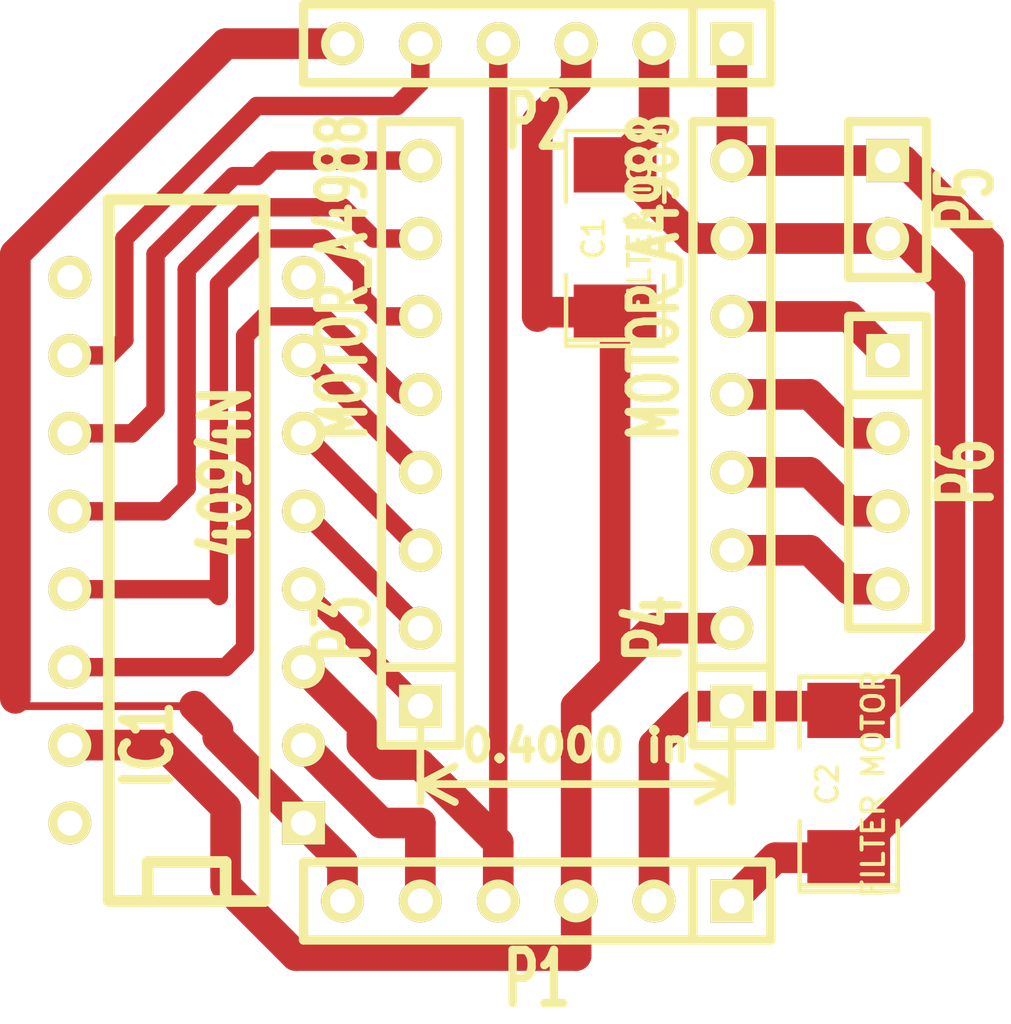
<source format=kicad_pcb>
(kicad_pcb (version 3) (host pcbnew "(2013-jul-07)-stable")

  (general
    (links 32)
    (no_connects 0)
    (area 169.172 139.293599 201.93381 172.72127)
    (thickness 1.6)
    (drawings 1)
    (tracks 113)
    (zones 0)
    (modules 9)
    (nets 20)
  )

  (page A3)
  (layers
    (15 F.Cu signal)
    (0 B.Cu signal)
    (16 B.Adhes user)
    (17 F.Adhes user)
    (18 B.Paste user)
    (19 F.Paste user)
    (20 B.SilkS user)
    (21 F.SilkS user)
    (22 B.Mask user)
    (23 F.Mask user)
    (24 Dwgs.User user)
    (25 Cmts.User user)
    (26 Eco1.User user)
    (27 Eco2.User user)
    (28 Edge.Cuts user)
  )

  (setup
    (last_trace_width 1)
    (user_trace_width 0.6)
    (user_trace_width 1)
    (trace_clearance 0.254)
    (zone_clearance 0.508)
    (zone_45_only no)
    (trace_min 0.254)
    (segment_width 0.2)
    (edge_width 0.15)
    (via_size 0.889)
    (via_drill 0.635)
    (via_min_size 0.889)
    (via_min_drill 0.508)
    (user_via 1 0)
    (uvia_size 0.508)
    (uvia_drill 0.127)
    (uvias_allowed no)
    (uvia_min_size 0.508)
    (uvia_min_drill 0.127)
    (pcb_text_width 0.3)
    (pcb_text_size 1 1)
    (mod_edge_width 0.15)
    (mod_text_size 1 1)
    (mod_text_width 0.15)
    (pad_size 1 1)
    (pad_drill 0.6)
    (pad_to_mask_clearance 0)
    (aux_axis_origin 0 0)
    (visible_elements FFFFFFBF)
    (pcbplotparams
      (layerselection 3178497)
      (usegerberextensions true)
      (excludeedgelayer true)
      (linewidth 0.150000)
      (plotframeref false)
      (viasonmask false)
      (mode 1)
      (useauxorigin false)
      (hpglpennumber 1)
      (hpglpenspeed 20)
      (hpglpendiameter 15)
      (hpglpenoverlay 2)
      (psnegative false)
      (psa4output false)
      (plotreference true)
      (plotvalue true)
      (plotothertext true)
      (plotinvisibletext false)
      (padsonsilk false)
      (subtractmaskfromsilk false)
      (outputformat 1)
      (mirror false)
      (drillshape 1)
      (scaleselection 1)
      (outputdirectory ""))
  )

  (net 0 "")
  (net 1 /1A)
  (net 2 /1B)
  (net 3 /2A)
  (net 4 /2B)
  (net 5 /CLC)
  (net 6 /DATA)
  (net 7 /DIR)
  (net 8 /MS1)
  (net 9 /MS2)
  (net 10 /MS3)
  (net 11 /NDATA)
  (net 12 /STEP)
  (net 13 /STR)
  (net 14 /VMOT)
  (net 15 /~ENABLE)
  (net 16 /~RESET)
  (net 17 /~SLEEP)
  (net 18 GND)
  (net 19 VCC)

  (net_class Default "This is the default net class."
    (clearance 0.254)
    (trace_width 0.254)
    (via_dia 0.889)
    (via_drill 0.635)
    (uvia_dia 0.508)
    (uvia_drill 0.127)
    (add_net "")
    (add_net /1A)
    (add_net /1B)
    (add_net /2A)
    (add_net /2B)
    (add_net /CLC)
    (add_net /DATA)
    (add_net /DIR)
    (add_net /MS1)
    (add_net /MS2)
    (add_net /MS3)
    (add_net /NDATA)
    (add_net /STEP)
    (add_net /STR)
    (add_net /VMOT)
    (add_net /~ENABLE)
    (add_net /~RESET)
    (add_net /~SLEEP)
    (add_net GND)
    (add_net VCC)
  )

  (module SM2010 (layer F.Cu) (tedit 510157F5) (tstamp 56D212D4)
    (at 196.85 165.1 90)
    (tags "CMS SM")
    (path /56D21320)
    (attr smd)
    (fp_text reference C2 (at 0 -0.7 90) (layer F.SilkS)
      (effects (font (size 0.70104 0.70104) (thickness 0.127)))
    )
    (fp_text value "FILTER MOTOR" (at 0 0.8 90) (layer F.SilkS)
      (effects (font (size 0.70104 0.70104) (thickness 0.127)))
    )
    (fp_line (start -3.3 -1.6) (end -3.3 1.6) (layer F.SilkS) (width 0.15))
    (fp_line (start 3.50012 -1.6002) (end 3.50012 1.6002) (layer F.SilkS) (width 0.15))
    (fp_line (start -3.5 -1.6) (end -3.5 1.6) (layer F.SilkS) (width 0.15))
    (fp_line (start 1.19634 1.60528) (end 3.48234 1.60528) (layer F.SilkS) (width 0.15))
    (fp_line (start 3.48234 -1.60528) (end 1.19634 -1.60528) (layer F.SilkS) (width 0.15))
    (fp_line (start -1.2 -1.6) (end -3.5 -1.6) (layer F.SilkS) (width 0.15))
    (fp_line (start -3.5 1.6) (end -1.2 1.6) (layer F.SilkS) (width 0.15))
    (pad 1 smd rect (at -2.4003 0 90) (size 1.80086 2.70002)
      (layers F.Cu F.Paste F.Mask)
      (net 14 /VMOT)
    )
    (pad 2 smd rect (at 2.4003 0 90) (size 1.80086 2.70002)
      (layers F.Cu F.Paste F.Mask)
      (net 18 GND)
    )
    (model smd\chip_smd_pol_wide.wrl
      (at (xyz 0 0 0))
      (scale (xyz 0.35 0.35 0.35))
      (rotate (xyz 0 0 0))
    )
  )

  (module SM2010 (layer F.Cu) (tedit 510157F5) (tstamp 56D212E1)
    (at 189.23 147.32 90)
    (tags "CMS SM")
    (path /56D21725)
    (attr smd)
    (fp_text reference C1 (at 0 -0.7 90) (layer F.SilkS)
      (effects (font (size 0.70104 0.70104) (thickness 0.127)))
    )
    (fp_text value "FILTER IC" (at 0 0.8 90) (layer F.SilkS)
      (effects (font (size 0.70104 0.70104) (thickness 0.127)))
    )
    (fp_line (start -3.3 -1.6) (end -3.3 1.6) (layer F.SilkS) (width 0.15))
    (fp_line (start 3.50012 -1.6002) (end 3.50012 1.6002) (layer F.SilkS) (width 0.15))
    (fp_line (start -3.5 -1.6) (end -3.5 1.6) (layer F.SilkS) (width 0.15))
    (fp_line (start 1.19634 1.60528) (end 3.48234 1.60528) (layer F.SilkS) (width 0.15))
    (fp_line (start 3.48234 -1.60528) (end 1.19634 -1.60528) (layer F.SilkS) (width 0.15))
    (fp_line (start -1.2 -1.6) (end -3.5 -1.6) (layer F.SilkS) (width 0.15))
    (fp_line (start -3.5 1.6) (end -1.2 1.6) (layer F.SilkS) (width 0.15))
    (pad 1 smd rect (at -2.4003 0 90) (size 1.80086 2.70002)
      (layers F.Cu F.Paste F.Mask)
      (net 19 VCC)
    )
    (pad 2 smd rect (at 2.4003 0 90) (size 1.80086 2.70002)
      (layers F.Cu F.Paste F.Mask)
      (net 18 GND)
    )
    (model smd\chip_smd_pol_wide.wrl
      (at (xyz 0 0 0))
      (scale (xyz 0.35 0.35 0.35))
      (rotate (xyz 0 0 0))
    )
  )

  (module SIL-8 (layer F.Cu) (tedit 200000) (tstamp 56D212F2)
    (at 182.88 153.67 90)
    (descr "Connecteur 8 pins")
    (tags "CONN DEV")
    (path /56D2040D)
    (fp_text reference P3 (at -6.35 -2.54 90) (layer F.SilkS)
      (effects (font (size 1.72974 1.08712) (thickness 0.3048)))
    )
    (fp_text value MOTOR_A4988 (at 5.08 -2.54 90) (layer F.SilkS)
      (effects (font (size 1.524 1.016) (thickness 0.3048)))
    )
    (fp_line (start -10.16 -1.27) (end 10.16 -1.27) (layer F.SilkS) (width 0.3048))
    (fp_line (start 10.16 -1.27) (end 10.16 1.27) (layer F.SilkS) (width 0.3048))
    (fp_line (start 10.16 1.27) (end -10.16 1.27) (layer F.SilkS) (width 0.3048))
    (fp_line (start -10.16 1.27) (end -10.16 -1.27) (layer F.SilkS) (width 0.3048))
    (fp_line (start -7.62 1.27) (end -7.62 -1.27) (layer F.SilkS) (width 0.3048))
    (pad 1 thru_hole rect (at -8.89 0 90) (size 1.397 1.397) (drill 0.8128)
      (layers *.Cu *.Mask F.SilkS)
      (net 15 /~ENABLE)
    )
    (pad 2 thru_hole circle (at -6.35 0 90) (size 1.397 1.397) (drill 0.8128)
      (layers *.Cu *.Mask F.SilkS)
      (net 8 /MS1)
    )
    (pad 3 thru_hole circle (at -3.81 0 90) (size 1.397 1.397) (drill 0.8128)
      (layers *.Cu *.Mask F.SilkS)
      (net 9 /MS2)
    )
    (pad 4 thru_hole circle (at -1.27 0 90) (size 1.397 1.397) (drill 0.8128)
      (layers *.Cu *.Mask F.SilkS)
      (net 10 /MS3)
    )
    (pad 5 thru_hole circle (at 1.27 0 90) (size 1.397 1.397) (drill 0.8128)
      (layers *.Cu *.Mask F.SilkS)
      (net 16 /~RESET)
    )
    (pad 6 thru_hole circle (at 3.81 0 90) (size 1.397 1.397) (drill 0.8128)
      (layers *.Cu *.Mask F.SilkS)
      (net 17 /~SLEEP)
    )
    (pad 7 thru_hole circle (at 6.35 0 90) (size 1.397 1.397) (drill 0.8128)
      (layers *.Cu *.Mask F.SilkS)
      (net 12 /STEP)
    )
    (pad 8 thru_hole circle (at 8.89 0 90) (size 1.397 1.397) (drill 0.8128)
      (layers *.Cu *.Mask F.SilkS)
      (net 7 /DIR)
    )
  )

  (module SIL-8 (layer F.Cu) (tedit 200000) (tstamp 56D21303)
    (at 193.04 153.67 90)
    (descr "Connecteur 8 pins")
    (tags "CONN DEV")
    (path /56D208D5)
    (fp_text reference P4 (at -6.35 -2.54 90) (layer F.SilkS)
      (effects (font (size 1.72974 1.08712) (thickness 0.3048)))
    )
    (fp_text value MOTOR_A4988 (at 5.08 -2.54 90) (layer F.SilkS)
      (effects (font (size 1.524 1.016) (thickness 0.3048)))
    )
    (fp_line (start -10.16 -1.27) (end 10.16 -1.27) (layer F.SilkS) (width 0.3048))
    (fp_line (start 10.16 -1.27) (end 10.16 1.27) (layer F.SilkS) (width 0.3048))
    (fp_line (start 10.16 1.27) (end -10.16 1.27) (layer F.SilkS) (width 0.3048))
    (fp_line (start -10.16 1.27) (end -10.16 -1.27) (layer F.SilkS) (width 0.3048))
    (fp_line (start -7.62 1.27) (end -7.62 -1.27) (layer F.SilkS) (width 0.3048))
    (pad 1 thru_hole rect (at -8.89 0 90) (size 1.397 1.397) (drill 0.8128)
      (layers *.Cu *.Mask F.SilkS)
      (net 18 GND)
    )
    (pad 2 thru_hole circle (at -6.35 0 90) (size 1.397 1.397) (drill 0.8128)
      (layers *.Cu *.Mask F.SilkS)
      (net 19 VCC)
    )
    (pad 3 thru_hole circle (at -3.81 0 90) (size 1.397 1.397) (drill 0.8128)
      (layers *.Cu *.Mask F.SilkS)
      (net 1 /1A)
    )
    (pad 4 thru_hole circle (at -1.27 0 90) (size 1.397 1.397) (drill 0.8128)
      (layers *.Cu *.Mask F.SilkS)
      (net 2 /1B)
    )
    (pad 5 thru_hole circle (at 1.27 0 90) (size 1.397 1.397) (drill 0.8128)
      (layers *.Cu *.Mask F.SilkS)
      (net 3 /2A)
    )
    (pad 6 thru_hole circle (at 3.81 0 90) (size 1.397 1.397) (drill 0.8128)
      (layers *.Cu *.Mask F.SilkS)
      (net 4 /2B)
    )
    (pad 7 thru_hole circle (at 6.35 0 90) (size 1.397 1.397) (drill 0.8128)
      (layers *.Cu *.Mask F.SilkS)
      (net 18 GND)
    )
    (pad 8 thru_hole circle (at 8.89 0 90) (size 1.397 1.397) (drill 0.8128)
      (layers *.Cu *.Mask F.SilkS)
      (net 14 /VMOT)
    )
  )

  (module SIL-6 (layer F.Cu) (tedit 200000) (tstamp 56D21312)
    (at 186.69 140.97 180)
    (descr "Connecteur 6 pins")
    (tags "CONN DEV")
    (path /56D20F25)
    (fp_text reference P2 (at 0 -2.54 180) (layer F.SilkS)
      (effects (font (size 1.72974 1.08712) (thickness 0.3048)))
    )
    (fp_text value NEXT (at 0 -2.54 180) (layer F.SilkS) hide
      (effects (font (size 1.524 1.016) (thickness 0.3048)))
    )
    (fp_line (start -7.62 1.27) (end -7.62 -1.27) (layer F.SilkS) (width 0.3048))
    (fp_line (start -7.62 -1.27) (end 7.62 -1.27) (layer F.SilkS) (width 0.3048))
    (fp_line (start 7.62 -1.27) (end 7.62 1.27) (layer F.SilkS) (width 0.3048))
    (fp_line (start 7.62 1.27) (end -7.62 1.27) (layer F.SilkS) (width 0.3048))
    (fp_line (start -5.08 1.27) (end -5.08 -1.27) (layer F.SilkS) (width 0.3048))
    (pad 1 thru_hole rect (at -6.35 0 180) (size 1.397 1.397) (drill 0.8128)
      (layers *.Cu *.Mask F.SilkS)
      (net 14 /VMOT)
    )
    (pad 2 thru_hole circle (at -3.81 0 180) (size 1.397 1.397) (drill 0.8128)
      (layers *.Cu *.Mask F.SilkS)
      (net 18 GND)
    )
    (pad 3 thru_hole circle (at -1.27 0 180) (size 1.397 1.397) (drill 0.8128)
      (layers *.Cu *.Mask F.SilkS)
      (net 19 VCC)
    )
    (pad 4 thru_hole circle (at 1.27 0 180) (size 1.397 1.397) (drill 0.8128)
      (layers *.Cu *.Mask F.SilkS)
      (net 5 /CLC)
    )
    (pad 5 thru_hole circle (at 3.81 0 180) (size 1.397 1.397) (drill 0.8128)
      (layers *.Cu *.Mask F.SilkS)
      (net 11 /NDATA)
    )
    (pad 6 thru_hole circle (at 6.35 0 180) (size 1.397 1.397) (drill 0.8128)
      (layers *.Cu *.Mask F.SilkS)
      (net 13 /STR)
    )
  )

  (module SIL-6 (layer F.Cu) (tedit 200000) (tstamp 56D21321)
    (at 186.69 168.91 180)
    (descr "Connecteur 6 pins")
    (tags "CONN DEV")
    (path /56D21288)
    (fp_text reference P1 (at 0 -2.54 180) (layer F.SilkS)
      (effects (font (size 1.72974 1.08712) (thickness 0.3048)))
    )
    (fp_text value INPUT (at 0 -2.54 180) (layer F.SilkS) hide
      (effects (font (size 1.524 1.016) (thickness 0.3048)))
    )
    (fp_line (start -7.62 1.27) (end -7.62 -1.27) (layer F.SilkS) (width 0.3048))
    (fp_line (start -7.62 -1.27) (end 7.62 -1.27) (layer F.SilkS) (width 0.3048))
    (fp_line (start 7.62 -1.27) (end 7.62 1.27) (layer F.SilkS) (width 0.3048))
    (fp_line (start 7.62 1.27) (end -7.62 1.27) (layer F.SilkS) (width 0.3048))
    (fp_line (start -5.08 1.27) (end -5.08 -1.27) (layer F.SilkS) (width 0.3048))
    (pad 1 thru_hole rect (at -6.35 0 180) (size 1.397 1.397) (drill 0.8128)
      (layers *.Cu *.Mask F.SilkS)
      (net 14 /VMOT)
    )
    (pad 2 thru_hole circle (at -3.81 0 180) (size 1.397 1.397) (drill 0.8128)
      (layers *.Cu *.Mask F.SilkS)
      (net 18 GND)
    )
    (pad 3 thru_hole circle (at -1.27 0 180) (size 1.397 1.397) (drill 0.8128)
      (layers *.Cu *.Mask F.SilkS)
      (net 19 VCC)
    )
    (pad 4 thru_hole circle (at 1.27 0 180) (size 1.397 1.397) (drill 0.8128)
      (layers *.Cu *.Mask F.SilkS)
      (net 5 /CLC)
    )
    (pad 5 thru_hole circle (at 3.81 0 180) (size 1.397 1.397) (drill 0.8128)
      (layers *.Cu *.Mask F.SilkS)
      (net 6 /DATA)
    )
    (pad 6 thru_hole circle (at 6.35 0 180) (size 1.397 1.397) (drill 0.8128)
      (layers *.Cu *.Mask F.SilkS)
      (net 13 /STR)
    )
  )

  (module SIL-4 (layer F.Cu) (tedit 200000) (tstamp 56D21330)
    (at 198.12 154.94 270)
    (descr "Connecteur 4 pibs")
    (tags "CONN DEV")
    (path /56D20934)
    (fp_text reference P6 (at 0 -2.54 270) (layer F.SilkS)
      (effects (font (size 1.73482 1.08712) (thickness 0.3048)))
    )
    (fp_text value motor_Z_in (at 0 -2.54 270) (layer F.SilkS) hide
      (effects (font (size 1.524 1.016) (thickness 0.3048)))
    )
    (fp_line (start -5.08 -1.27) (end -5.08 -1.27) (layer F.SilkS) (width 0.3048))
    (fp_line (start -5.08 1.27) (end -5.08 -1.27) (layer F.SilkS) (width 0.3048))
    (fp_line (start -5.08 -1.27) (end -5.08 -1.27) (layer F.SilkS) (width 0.3048))
    (fp_line (start -5.08 -1.27) (end 5.08 -1.27) (layer F.SilkS) (width 0.3048))
    (fp_line (start 5.08 -1.27) (end 5.08 1.27) (layer F.SilkS) (width 0.3048))
    (fp_line (start 5.08 1.27) (end -5.08 1.27) (layer F.SilkS) (width 0.3048))
    (fp_line (start -2.54 1.27) (end -2.54 -1.27) (layer F.SilkS) (width 0.3048))
    (pad 1 thru_hole rect (at -3.81 0 270) (size 1.397 1.397) (drill 0.8128)
      (layers *.Cu *.Mask F.SilkS)
      (net 4 /2B)
    )
    (pad 2 thru_hole circle (at -1.27 0 270) (size 1.397 1.397) (drill 0.8128)
      (layers *.Cu *.Mask F.SilkS)
      (net 3 /2A)
    )
    (pad 3 thru_hole circle (at 1.27 0 270) (size 1.397 1.397) (drill 0.8128)
      (layers *.Cu *.Mask F.SilkS)
      (net 2 /1B)
    )
    (pad 4 thru_hole circle (at 3.81 0 270) (size 1.397 1.397) (drill 0.8128)
      (layers *.Cu *.Mask F.SilkS)
      (net 1 /1A)
    )
  )

  (module SIL-2 (layer F.Cu) (tedit 200000) (tstamp 56D2133A)
    (at 198.12 146.05 270)
    (descr "Connecteurs 2 pins")
    (tags "CONN DEV")
    (path /56D20C72)
    (fp_text reference P5 (at 0 -2.54 270) (layer F.SilkS)
      (effects (font (size 1.72974 1.08712) (thickness 0.3048)))
    )
    (fp_text value "MOTOR 8-35V" (at 0 -2.54 270) (layer F.SilkS) hide
      (effects (font (size 1.524 1.016) (thickness 0.3048)))
    )
    (fp_line (start -2.54 1.27) (end -2.54 -1.27) (layer F.SilkS) (width 0.3048))
    (fp_line (start -2.54 -1.27) (end 2.54 -1.27) (layer F.SilkS) (width 0.3048))
    (fp_line (start 2.54 -1.27) (end 2.54 1.27) (layer F.SilkS) (width 0.3048))
    (fp_line (start 2.54 1.27) (end -2.54 1.27) (layer F.SilkS) (width 0.3048))
    (pad 1 thru_hole rect (at -1.27 0 270) (size 1.397 1.397) (drill 0.8128)
      (layers *.Cu *.Mask F.SilkS)
      (net 14 /VMOT)
    )
    (pad 2 thru_hole circle (at 1.27 0 270) (size 1.397 1.397) (drill 0.8128)
      (layers *.Cu *.Mask F.SilkS)
      (net 18 GND)
    )
  )

  (module DIP-16__300 (layer F.Cu) (tedit 200000) (tstamp 56D21369)
    (at 175.26 157.48 90)
    (descr "16 pins DIL package, round pads")
    (tags DIL)
    (path /56D1D734)
    (fp_text reference IC1 (at -6.35 -1.27 90) (layer F.SilkS)
      (effects (font (size 1.524 1.143) (thickness 0.3048)))
    )
    (fp_text value 4094N (at 2.54 1.27 90) (layer F.SilkS)
      (effects (font (size 1.524 1.143) (thickness 0.3048)))
    )
    (fp_line (start -11.43 -1.27) (end -11.43 -1.27) (layer F.SilkS) (width 0.381))
    (fp_line (start -11.43 -1.27) (end -10.16 -1.27) (layer F.SilkS) (width 0.381))
    (fp_line (start -10.16 -1.27) (end -10.16 1.27) (layer F.SilkS) (width 0.381))
    (fp_line (start -10.16 1.27) (end -11.43 1.27) (layer F.SilkS) (width 0.381))
    (fp_line (start -11.43 -2.54) (end 11.43 -2.54) (layer F.SilkS) (width 0.381))
    (fp_line (start 11.43 -2.54) (end 11.43 2.54) (layer F.SilkS) (width 0.381))
    (fp_line (start 11.43 2.54) (end -11.43 2.54) (layer F.SilkS) (width 0.381))
    (fp_line (start -11.43 2.54) (end -11.43 -2.54) (layer F.SilkS) (width 0.381))
    (pad 1 thru_hole rect (at -8.89 3.81 90) (size 1.397 1.397) (drill 0.8128)
      (layers *.Cu *.Mask F.SilkS)
      (net 13 /STR)
    )
    (pad 2 thru_hole circle (at -6.35 3.81 90) (size 1.397 1.397) (drill 0.8128)
      (layers *.Cu *.Mask F.SilkS)
      (net 6 /DATA)
    )
    (pad 3 thru_hole circle (at -3.81 3.81 90) (size 1.397 1.397) (drill 0.8128)
      (layers *.Cu *.Mask F.SilkS)
      (net 5 /CLC)
    )
    (pad 4 thru_hole circle (at -1.27 3.81 90) (size 1.397 1.397) (drill 0.8128)
      (layers *.Cu *.Mask F.SilkS)
      (net 15 /~ENABLE)
    )
    (pad 5 thru_hole circle (at 1.27 3.81 90) (size 1.397 1.397) (drill 0.8128)
      (layers *.Cu *.Mask F.SilkS)
      (net 8 /MS1)
    )
    (pad 6 thru_hole circle (at 3.81 3.81 90) (size 1.397 1.397) (drill 0.8128)
      (layers *.Cu *.Mask F.SilkS)
      (net 9 /MS2)
    )
    (pad 7 thru_hole circle (at 6.35 3.81 90) (size 1.397 1.397) (drill 0.8128)
      (layers *.Cu *.Mask F.SilkS)
      (net 10 /MS3)
    )
    (pad 8 thru_hole circle (at 8.89 3.81 90) (size 1.397 1.397) (drill 0.8128)
      (layers *.Cu *.Mask F.SilkS)
    )
    (pad 9 thru_hole circle (at 8.89 -3.81 90) (size 1.397 1.397) (drill 0.8128)
      (layers *.Cu *.Mask F.SilkS)
    )
    (pad 10 thru_hole circle (at 6.35 -3.81 90) (size 1.397 1.397) (drill 0.8128)
      (layers *.Cu *.Mask F.SilkS)
      (net 11 /NDATA)
    )
    (pad 11 thru_hole circle (at 3.81 -3.81 90) (size 1.397 1.397) (drill 0.8128)
      (layers *.Cu *.Mask F.SilkS)
      (net 7 /DIR)
    )
    (pad 12 thru_hole circle (at 1.27 -3.81 90) (size 1.397 1.397) (drill 0.8128)
      (layers *.Cu *.Mask F.SilkS)
      (net 12 /STEP)
    )
    (pad 13 thru_hole circle (at -1.27 -3.81 90) (size 1.397 1.397) (drill 0.8128)
      (layers *.Cu *.Mask F.SilkS)
      (net 17 /~SLEEP)
    )
    (pad 14 thru_hole circle (at -3.81 -3.81 90) (size 1.397 1.397) (drill 0.8128)
      (layers *.Cu *.Mask F.SilkS)
      (net 16 /~RESET)
    )
    (pad 15 thru_hole circle (at -6.35 -3.81 90) (size 1.397 1.397) (drill 0.8128)
      (layers *.Cu *.Mask F.SilkS)
      (net 19 VCC)
    )
    (pad 16 thru_hole circle (at -8.89 -3.81 90) (size 1.397 1.397) (drill 0.8128)
      (layers *.Cu *.Mask F.SilkS)
    )
    (model dil/dil_16.wrl
      (at (xyz 0 0 0))
      (scale (xyz 1 1 1))
      (rotate (xyz 0 0 0))
    )
  )

  (dimension 10.16 (width 0.25) (layer F.SilkS)
    (gr_text "10,160 mm" (at 187.96 166.099999) (layer F.SilkS)
      (effects (font (size 1 1) (thickness 0.25)))
    )
    (feature1 (pts (xy 193.04 162.56) (xy 193.04 167.099999)))
    (feature2 (pts (xy 182.88 162.56) (xy 182.88 167.099999)))
    (crossbar (pts (xy 182.88 165.099999) (xy 193.04 165.099999)))
    (arrow1a (pts (xy 193.04 165.099999) (xy 191.913497 165.686419)))
    (arrow1b (pts (xy 193.04 165.099999) (xy 191.913497 164.513579)))
    (arrow2a (pts (xy 182.88 165.099999) (xy 184.006503 165.686419)))
    (arrow2b (pts (xy 182.88 165.099999) (xy 184.006503 164.513579)))
  )

  (segment (start 193.04 157.48) (end 195.58 157.48) (width 1) (layer F.Cu) (net 1))
  (segment (start 196.85 158.75) (end 198.12 158.75) (width 1) (layer F.Cu) (net 1) (tstamp 56D216B3))
  (segment (start 195.58 157.48) (end 196.85 158.75) (width 1) (layer F.Cu) (net 1) (tstamp 56D216B2))
  (segment (start 193.04 154.94) (end 195.58 154.94) (width 1) (layer F.Cu) (net 2))
  (segment (start 196.85 156.21) (end 198.12 156.21) (width 1) (layer F.Cu) (net 2) (tstamp 56D216B0))
  (segment (start 195.58 154.94) (end 196.85 156.21) (width 1) (layer F.Cu) (net 2) (tstamp 56D216AD))
  (segment (start 193.04 152.4) (end 195.58 152.4) (width 1) (layer F.Cu) (net 3))
  (segment (start 196.85 153.67) (end 198.12 153.67) (width 1) (layer F.Cu) (net 3) (tstamp 56D216AB))
  (segment (start 195.58 152.4) (end 196.85 153.67) (width 1) (layer F.Cu) (net 3) (tstamp 56D216A7))
  (segment (start 193.04 149.86) (end 196.85 149.86) (width 1) (layer F.Cu) (net 4))
  (segment (start 196.85 149.86) (end 198.12 151.13) (width 1) (layer F.Cu) (net 4) (tstamp 56D216A1))
  (segment (start 185.42 140.97) (end 185.42 168.91) (width 0.6) (layer F.Cu) (net 5))
  (segment (start 185.42 168.91) (end 185.42 167.005) (width 1) (layer F.Cu) (net 5))
  (segment (start 180.975 163.195) (end 179.07 161.29) (width 1) (layer F.Cu) (net 5) (tstamp 56D21736))
  (segment (start 180.975 163.83) (end 180.975 163.195) (width 1) (layer F.Cu) (net 5) (tstamp 56D21734))
  (segment (start 181.61 164.465) (end 180.975 163.83) (width 1) (layer F.Cu) (net 5) (tstamp 56D21732))
  (segment (start 182.88 164.465) (end 181.61 164.465) (width 1) (layer F.Cu) (net 5) (tstamp 56D21731))
  (segment (start 185.42 167.005) (end 182.88 164.465) (width 1) (layer F.Cu) (net 5) (tstamp 56D2172F))
  (segment (start 179.07 163.83) (end 180.34 165.1) (width 1) (layer F.Cu) (net 6))
  (segment (start 182.88 166.37) (end 182.88 168.91) (width 1) (layer F.Cu) (net 6) (tstamp 56D21726))
  (segment (start 181.61 166.37) (end 182.88 166.37) (width 1) (layer F.Cu) (net 6) (tstamp 56D21725))
  (segment (start 180.34 165.1) (end 181.61 166.37) (width 1) (layer F.Cu) (net 6) (tstamp 56D21724))
  (segment (start 182.88 144.78) (end 178.054 144.78) (width 0.6) (layer F.Cu) (net 7))
  (segment (start 173.482 153.67) (end 171.45 153.67) (width 0.6) (layer F.Cu) (net 7) (tstamp 56D217B8))
  (segment (start 174.244 152.908) (end 173.482 153.67) (width 0.6) (layer F.Cu) (net 7) (tstamp 56D217B7))
  (segment (start 174.244 147.828) (end 174.244 152.908) (width 0.6) (layer F.Cu) (net 7) (tstamp 56D217B4))
  (segment (start 176.784 145.288) (end 174.244 147.828) (width 0.6) (layer F.Cu) (net 7) (tstamp 56D217B3))
  (segment (start 177.546 145.288) (end 176.784 145.288) (width 0.6) (layer F.Cu) (net 7) (tstamp 56D217B1))
  (segment (start 178.054 144.78) (end 177.546 145.288) (width 0.6) (layer F.Cu) (net 7) (tstamp 56D217B0))
  (segment (start 179.07 156.21) (end 182.88 160.02) (width 0.6) (layer F.Cu) (net 8))
  (segment (start 179.07 153.67) (end 182.88 157.48) (width 0.6) (layer F.Cu) (net 9))
  (segment (start 179.07 151.13) (end 182.88 154.94) (width 0.6) (layer F.Cu) (net 10))
  (segment (start 171.45 151.13) (end 172.72 151.13) (width 0.6) (layer F.Cu) (net 11))
  (segment (start 182.88 142.24) (end 182.88 140.97) (width 0.6) (layer F.Cu) (net 11) (tstamp 56D217C2))
  (segment (start 182.118 143.002) (end 182.88 142.24) (width 0.6) (layer F.Cu) (net 11) (tstamp 56D217C1))
  (segment (start 177.546 143.002) (end 182.118 143.002) (width 0.6) (layer F.Cu) (net 11) (tstamp 56D217BF))
  (segment (start 173.228 147.32) (end 177.546 143.002) (width 0.6) (layer F.Cu) (net 11) (tstamp 56D217BC))
  (segment (start 173.228 150.622) (end 173.228 147.32) (width 0.6) (layer F.Cu) (net 11) (tstamp 56D217BB))
  (segment (start 172.72 151.13) (end 173.228 150.622) (width 0.6) (layer F.Cu) (net 11) (tstamp 56D217BA))
  (segment (start 182.88 147.32) (end 181.356 147.32) (width 0.6) (layer F.Cu) (net 12))
  (segment (start 174.498 156.21) (end 171.45 156.21) (width 0.6) (layer F.Cu) (net 12) (tstamp 56D217AB))
  (segment (start 175.26 155.448) (end 174.498 156.21) (width 0.6) (layer F.Cu) (net 12) (tstamp 56D217AA))
  (segment (start 175.26 148.336) (end 175.26 155.448) (width 0.6) (layer F.Cu) (net 12) (tstamp 56D217A8))
  (segment (start 177.292 146.304) (end 175.26 148.336) (width 0.6) (layer F.Cu) (net 12) (tstamp 56D217A6))
  (segment (start 180.34 146.304) (end 177.292 146.304) (width 0.6) (layer F.Cu) (net 12) (tstamp 56D217A3))
  (segment (start 181.356 147.32) (end 180.34 146.304) (width 0.6) (layer F.Cu) (net 12) (tstamp 56D217A2))
  (segment (start 169.672 162.306) (end 169.672 147.828) (width 1) (layer F.Cu) (net 13))
  (segment (start 169.926 162.56) (end 169.672 162.306) (width 0.254) (layer F.Cu) (net 13) (tstamp 56D21860))
  (segment (start 179.07 166.37) (end 176.276 163.576) (width 1) (layer F.Cu) (net 13))
  (segment (start 176.276 163.322) (end 175.514 162.56) (width 1) (layer F.Cu) (net 13) (tstamp 56D2185A))
  (segment (start 176.276 163.576) (end 176.276 163.322) (width 1) (layer F.Cu) (net 13) (tstamp 56D21857))
  (segment (start 175.514 162.56) (end 169.926 162.56) (width 0.254) (layer F.Cu) (net 13))
  (segment (start 176.53 140.97) (end 180.34 140.97) (width 1) (layer F.Cu) (net 13) (tstamp 56D21868))
  (segment (start 169.672 147.828) (end 176.53 140.97) (width 1) (layer F.Cu) (net 13) (tstamp 56D21865))
  (segment (start 179.07 166.37) (end 180.34 167.64) (width 1) (layer F.Cu) (net 13))
  (segment (start 180.34 167.64) (end 180.34 168.91) (width 1) (layer F.Cu) (net 13) (tstamp 56D21721))
  (segment (start 198.12 144.78) (end 198.628 144.78) (width 1) (layer F.Cu) (net 14) (status C00000))
  (segment (start 201.406002 162.944298) (end 196.85 167.5003) (width 1) (layer F.Cu) (net 14) (tstamp 56D2193E) (status 800000))
  (segment (start 201.406002 147.558002) (end 201.406002 162.944298) (width 1) (layer F.Cu) (net 14) (tstamp 56D2193A))
  (segment (start 198.628 144.78) (end 201.406002 147.558002) (width 1) (layer F.Cu) (net 14) (tstamp 56D21939) (status 400000))
  (segment (start 193.04 140.97) (end 193.04 144.78) (width 1) (layer F.Cu) (net 14))
  (segment (start 196.85 167.5003) (end 194.4497 167.5003) (width 1) (layer F.Cu) (net 14))
  (segment (start 194.4497 167.5003) (end 193.04 168.91) (width 1) (layer F.Cu) (net 14) (tstamp 56D216BC))
  (segment (start 193.04 144.78) (end 198.12 144.78) (width 1) (layer F.Cu) (net 14))
  (segment (start 179.07 158.75) (end 182.88 162.56) (width 0.6) (layer F.Cu) (net 15))
  (segment (start 182.88 152.4) (end 182.245 152.4) (width 0.6) (layer F.Cu) (net 16))
  (segment (start 176.53 161.29) (end 171.45 161.29) (width 0.6) (layer F.Cu) (net 16) (tstamp 56D2177A))
  (segment (start 177.165 160.655) (end 176.53 161.29) (width 0.6) (layer F.Cu) (net 16) (tstamp 56D21779))
  (segment (start 177.165 150.495) (end 177.165 160.655) (width 0.6) (layer F.Cu) (net 16) (tstamp 56D21777))
  (segment (start 177.8 149.86) (end 177.165 150.495) (width 0.6) (layer F.Cu) (net 16) (tstamp 56D21774))
  (segment (start 179.705 149.86) (end 177.8 149.86) (width 0.6) (layer F.Cu) (net 16) (tstamp 56D21773))
  (segment (start 182.245 152.4) (end 179.705 149.86) (width 0.6) (layer F.Cu) (net 16) (tstamp 56D21771))
  (segment (start 182.88 149.86) (end 181.61 149.86) (width 0.6) (layer F.Cu) (net 17))
  (segment (start 176.091996 158.75) (end 171.45 158.75) (width 0.6) (layer F.Cu) (net 17) (tstamp 56D2178F))
  (segment (start 176.310998 158.969002) (end 176.091996 158.75) (width 0.6) (layer F.Cu) (net 17) (tstamp 56D2178E))
  (segment (start 176.310998 148.809002) (end 176.310998 158.969002) (width 0.6) (layer F.Cu) (net 17) (tstamp 56D2178B))
  (segment (start 177.8 147.32) (end 176.310998 148.809002) (width 0.6) (layer F.Cu) (net 17) (tstamp 56D21789))
  (segment (start 179.705 147.32) (end 177.8 147.32) (width 0.6) (layer F.Cu) (net 17) (tstamp 56D21787))
  (segment (start 180.975 148.59) (end 179.705 147.32) (width 0.6) (layer F.Cu) (net 17) (tstamp 56D21785))
  (segment (start 180.975 149.225) (end 180.975 148.59) (width 0.6) (layer F.Cu) (net 17) (tstamp 56D2177F))
  (segment (start 181.61 149.86) (end 180.975 149.225) (width 0.6) (layer F.Cu) (net 17) (tstamp 56D2177C))
  (segment (start 196.85 162.6997) (end 197.7263 162.6997) (width 1) (layer F.Cu) (net 18))
  (segment (start 198.628 147.32) (end 198.12 147.32) (width 1) (layer F.Cu) (net 18) (tstamp 56D2192B))
  (segment (start 200.152 148.844) (end 198.628 147.32) (width 1) (layer F.Cu) (net 18) (tstamp 56D2192A))
  (segment (start 200.152 160.274) (end 200.152 148.844) (width 1) (layer F.Cu) (net 18) (tstamp 56D21926))
  (segment (start 197.7263 162.6997) (end 200.152 160.274) (width 1) (layer F.Cu) (net 18) (tstamp 56D21924))
  (segment (start 190.5 140.97) (end 190.5 143.6497) (width 1) (layer F.Cu) (net 18))
  (segment (start 190.5 143.6497) (end 189.23 144.9197) (width 1) (layer F.Cu) (net 18) (tstamp 56D216C9))
  (segment (start 193.04 162.56) (end 191.77 162.56) (width 1) (layer F.Cu) (net 18))
  (segment (start 190.5 163.83) (end 190.5 168.91) (width 1) (layer F.Cu) (net 18) (tstamp 56D216BA))
  (segment (start 191.77 162.56) (end 190.5 163.83) (width 1) (layer F.Cu) (net 18) (tstamp 56D216B9))
  (segment (start 193.04 162.56) (end 196.7103 162.56) (width 1) (layer F.Cu) (net 18))
  (segment (start 196.7103 162.56) (end 196.85 162.6997) (width 1) (layer F.Cu) (net 18) (tstamp 56D216B7))
  (segment (start 189.23 144.9197) (end 189.3697 144.9197) (width 1) (layer F.Cu) (net 18))
  (segment (start 191.77 147.32) (end 193.04 147.32) (width 1) (layer F.Cu) (net 18) (tstamp 56D21693))
  (segment (start 189.3697 144.9197) (end 191.77 147.32) (width 1) (layer F.Cu) (net 18) (tstamp 56D21690))
  (segment (start 193.04 147.32) (end 198.12 147.32) (width 1) (layer F.Cu) (net 18))
  (segment (start 187.96 168.91) (end 187.96 170.688) (width 1) (layer F.Cu) (net 19))
  (segment (start 174.498 163.83) (end 171.45 163.83) (width 1) (layer F.Cu) (net 19) (tstamp 56D21839))
  (segment (start 176.53 165.862) (end 174.498 163.83) (width 1) (layer F.Cu) (net 19) (tstamp 56D21838))
  (segment (start 176.53 168.402) (end 176.53 165.862) (width 1) (layer F.Cu) (net 19) (tstamp 56D21836))
  (segment (start 178.816 170.688) (end 176.53 168.402) (width 1) (layer F.Cu) (net 19) (tstamp 56D21835))
  (segment (start 187.96 170.688) (end 178.816 170.688) (width 1) (layer F.Cu) (net 19) (tstamp 56D21834))
  (segment (start 187.96 140.97) (end 187.96 142.24) (width 1) (layer F.Cu) (net 19))
  (segment (start 186.8297 149.7203) (end 189.23 149.7203) (width 1) (layer F.Cu) (net 19) (tstamp 56D216D9))
  (segment (start 186.69 149.86) (end 186.8297 149.7203) (width 1) (layer F.Cu) (net 19) (tstamp 56D216D7))
  (segment (start 186.69 143.51) (end 186.69 149.86) (width 1) (layer F.Cu) (net 19) (tstamp 56D216D2))
  (segment (start 187.96 142.24) (end 186.69 143.51) (width 1) (layer F.Cu) (net 19) (tstamp 56D216CD))
  (segment (start 189.23 161.29) (end 189.23 149.7203) (width 1) (layer F.Cu) (net 19))
  (segment (start 193.04 160.02) (end 190.5 160.02) (width 1) (layer F.Cu) (net 19))
  (segment (start 187.96 162.56) (end 187.96 168.91) (width 1) (layer F.Cu) (net 19) (tstamp 56D216C0))
  (segment (start 190.5 160.02) (end 189.23 161.29) (width 1) (layer F.Cu) (net 19) (tstamp 56D216BF))
  (segment (start 189.23 161.29) (end 187.96 162.56) (width 1) (layer F.Cu) (net 19) (tstamp 56D216C5))

)

</source>
